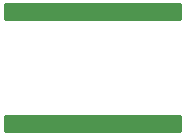
<source format=gbr>
%TF.GenerationSoftware,KiCad,Pcbnew,7.0.7*%
%TF.CreationDate,2024-02-08T19:43:35+01:00*%
%TF.ProjectId,Mk1_pickup,4d6b315f-7069-4636-9b75-702e6b696361,rev?*%
%TF.SameCoordinates,Original*%
%TF.FileFunction,Soldermask,Top*%
%TF.FilePolarity,Negative*%
%FSLAX46Y46*%
G04 Gerber Fmt 4.6, Leading zero omitted, Abs format (unit mm)*
G04 Created by KiCad (PCBNEW 7.0.7) date 2024-02-08 19:43:35*
%MOMM*%
%LPD*%
G01*
G04 APERTURE LIST*
G04 APERTURE END LIST*
G36*
X139943039Y-88519685D02*
G01*
X139988794Y-88572489D01*
X140000000Y-88624000D01*
X140000000Y-89876000D01*
X139980315Y-89943039D01*
X139927511Y-89988794D01*
X139876000Y-90000000D01*
X125124000Y-90000000D01*
X125056961Y-89980315D01*
X125011206Y-89927511D01*
X125000000Y-89876000D01*
X125000000Y-88624000D01*
X125019685Y-88556961D01*
X125072489Y-88511206D01*
X125124000Y-88500000D01*
X139876000Y-88500000D01*
X139943039Y-88519685D01*
G37*
G36*
X139943039Y-79019685D02*
G01*
X139988794Y-79072489D01*
X140000000Y-79124000D01*
X140000000Y-80376000D01*
X139980315Y-80443039D01*
X139927511Y-80488794D01*
X139876000Y-80500000D01*
X125124000Y-80500000D01*
X125056961Y-80480315D01*
X125011206Y-80427511D01*
X125000000Y-80376000D01*
X125000000Y-79124000D01*
X125019685Y-79056961D01*
X125072489Y-79011206D01*
X125124000Y-79000000D01*
X139876000Y-79000000D01*
X139943039Y-79019685D01*
G37*
M02*

</source>
